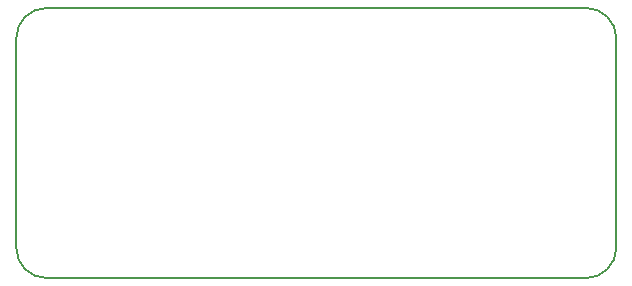
<source format=gbr>
G04 #@! TF.GenerationSoftware,KiCad,Pcbnew,5.1.5-52549c5~84~ubuntu18.04.1*
G04 #@! TF.CreationDate,2020-02-04T21:08:12-05:00*
G04 #@! TF.ProjectId,FeatherWing_KC5,46656174-6865-4725-9769-6e675f4b4335,rev?*
G04 #@! TF.SameCoordinates,Original*
G04 #@! TF.FileFunction,Profile,NP*
%FSLAX46Y46*%
G04 Gerber Fmt 4.6, Leading zero omitted, Abs format (unit mm)*
G04 Created by KiCad (PCBNEW 5.1.5-52549c5~84~ubuntu18.04.1) date 2020-02-04 21:08:12*
%MOMM*%
%LPD*%
G04 APERTURE LIST*
%ADD10C,0.150000*%
%ADD11C,0.200000*%
G04 APERTURE END LIST*
D10*
X73660000Y-25400000D02*
G75*
G02X76200000Y-27940000I0J-2540000D01*
G01*
X76200000Y-45720000D02*
G75*
G02X73660000Y-48260000I-2540000J0D01*
G01*
X27940000Y-48260000D02*
G75*
G02X25400000Y-45720000I0J2540000D01*
G01*
X25400000Y-27940000D02*
G75*
G02X27940000Y-25400000I2540000J0D01*
G01*
D11*
X25400000Y-45720000D02*
X25400000Y-27940000D01*
X73660000Y-48260000D02*
X27940000Y-48260000D01*
X76200000Y-27940000D02*
X76200000Y-45720000D01*
X27940000Y-25400000D02*
X73660000Y-25400000D01*
M02*

</source>
